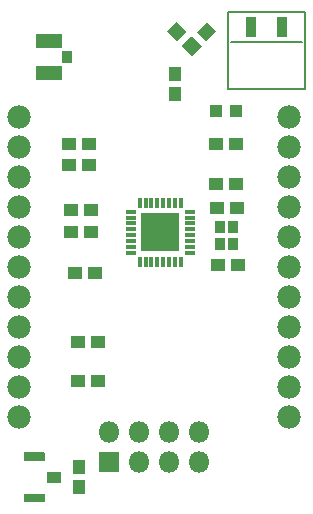
<source format=gts>
%TF.GenerationSoftware,KiCad,Pcbnew,4.0.6*%
%TF.CreationDate,2017-10-26T23:28:33-04:00*%
%TF.ProjectId,ESP8285Lite,455350383238354C6974652E6B696361,rev?*%
%TF.FileFunction,Soldermask,Top*%
%FSLAX46Y46*%
G04 Gerber Fmt 4.6, Leading zero omitted, Abs format (unit mm)*
G04 Created by KiCad (PCBNEW 4.0.6) date 10/26/17 23:28:33*
%MOMM*%
%LPD*%
G01*
G04 APERTURE LIST*
%ADD10C,0.127000*%
%ADD11C,0.066040*%
%ADD12R,1.098220X1.098220*%
%ADD13C,1.979600*%
%ADD14R,0.887400X0.989000*%
%ADD15R,0.900000X1.700000*%
%ADD16R,1.800000X1.800000*%
%ADD17O,1.800000X1.800000*%
%ADD18R,0.384480X0.897560*%
%ADD19R,0.897560X0.384480*%
%ADD20R,3.249600X3.249600*%
%ADD21R,1.199820X1.098220*%
%ADD22R,2.299640X1.149020*%
%ADD23R,0.897560X1.098220*%
%ADD24R,1.098220X1.199820*%
%ADD25R,1.799260X0.699440*%
%ADD26R,1.199820X0.897560*%
G04 APERTURE END LIST*
D10*
X156000000Y-80000000D02*
X150000000Y-80000000D01*
X149745000Y-84000000D02*
X149745000Y-77500000D01*
X156245000Y-84000000D02*
X149745000Y-84000000D01*
X156245000Y-77500000D02*
X156245000Y-84000000D01*
X149745000Y-77500000D02*
X156245000Y-77500000D01*
X132588000Y-86360000D02*
G75*
G03X132588000Y-86360000I-508000J0D01*
G01*
X132588000Y-88900000D02*
G75*
G03X132588000Y-88900000I-508000J0D01*
G01*
X132588000Y-91440000D02*
G75*
G03X132588000Y-91440000I-508000J0D01*
G01*
X132588000Y-93980000D02*
G75*
G03X132588000Y-93980000I-508000J0D01*
G01*
X132588000Y-96520000D02*
G75*
G03X132588000Y-96520000I-508000J0D01*
G01*
X132588000Y-99060000D02*
G75*
G03X132588000Y-99060000I-508000J0D01*
G01*
X132588000Y-101600000D02*
G75*
G03X132588000Y-101600000I-508000J0D01*
G01*
X132588000Y-104140000D02*
G75*
G03X132588000Y-104140000I-508000J0D01*
G01*
X132588000Y-106680000D02*
G75*
G03X132588000Y-106680000I-508000J0D01*
G01*
X132588000Y-109220000D02*
G75*
G03X132588000Y-109220000I-508000J0D01*
G01*
X132588000Y-111760000D02*
G75*
G03X132588000Y-111760000I-508000J0D01*
G01*
D11*
X134198360Y-118889780D02*
X134198360Y-118287800D01*
X134198360Y-118287800D02*
X132501640Y-118287800D01*
X132501640Y-118889780D02*
X132501640Y-118287800D01*
X134198360Y-118889780D02*
X132501640Y-118889780D01*
X135549640Y-117238780D02*
X135549640Y-116441220D01*
X135549640Y-116441220D02*
X134449820Y-116441220D01*
X134449820Y-117238780D02*
X134449820Y-116441220D01*
X135549640Y-117238780D02*
X134449820Y-117238780D01*
X134198360Y-115392200D02*
X134198360Y-114790220D01*
X134198360Y-114790220D02*
X132501640Y-114790220D01*
X132501640Y-115392200D02*
X132501640Y-114790220D01*
X134198360Y-115392200D02*
X132501640Y-115392200D01*
D12*
X148729700Y-85852000D03*
X150482300Y-85852000D03*
D13*
X154940000Y-111760000D03*
X154940000Y-109220000D03*
X154940000Y-106680000D03*
X154940000Y-104140000D03*
X154940000Y-101600000D03*
X154940000Y-99060000D03*
X154940000Y-96520000D03*
X154940000Y-93980000D03*
X154940000Y-91440000D03*
X154940000Y-88900000D03*
X154940000Y-86360000D03*
D14*
X150205060Y-97083500D03*
X150205060Y-95686500D03*
X149117940Y-95686500D03*
X149117940Y-97083500D03*
D15*
X151735000Y-78740000D03*
X154335000Y-78740000D03*
D13*
X132080000Y-86360000D03*
X132080000Y-88900000D03*
X132080000Y-91440000D03*
X132080000Y-93980000D03*
X132080000Y-96520000D03*
X132080000Y-99060000D03*
X132080000Y-101600000D03*
X132080000Y-104140000D03*
X132080000Y-106680000D03*
X132080000Y-109220000D03*
X132080000Y-111760000D03*
D16*
X139700000Y-115570000D03*
D17*
X139700000Y-113030000D03*
X142240000Y-115570000D03*
X142240000Y-113030000D03*
X144780000Y-115570000D03*
X144780000Y-113030000D03*
X147320000Y-115570000D03*
X147320000Y-113030000D03*
D18*
X145778220Y-93626940D03*
X145280380Y-93626940D03*
X144780000Y-93626940D03*
X144279620Y-93626940D03*
X143781780Y-93626940D03*
X143281400Y-93626940D03*
X142781020Y-93626940D03*
X142283180Y-93626940D03*
D19*
X141531340Y-94378780D03*
X141531340Y-94876620D03*
X141531340Y-95377000D03*
X141531340Y-95877380D03*
X141531340Y-96375220D03*
X141531340Y-96875600D03*
X141531340Y-97375980D03*
X141531340Y-97873820D03*
D18*
X142283180Y-98625660D03*
X142781020Y-98625660D03*
X143281400Y-98625660D03*
X143781780Y-98625660D03*
X144279620Y-98625660D03*
X144780000Y-98625660D03*
X145280380Y-98625660D03*
X145778220Y-98625660D03*
D19*
X146530060Y-97873820D03*
X146530060Y-97375980D03*
X146530060Y-96875600D03*
X146530060Y-96375220D03*
X146530060Y-95877380D03*
X146530060Y-95377000D03*
X146530060Y-94876620D03*
X146530060Y-94378780D03*
D20*
X144030700Y-96126300D03*
D21*
X137073640Y-105410000D03*
X138770360Y-105410000D03*
X138516360Y-99568000D03*
X136819640Y-99568000D03*
X136438640Y-96139000D03*
X138135360Y-96139000D03*
X137073640Y-108712000D03*
X138770360Y-108712000D03*
X150573360Y-98900000D03*
X148876640Y-98900000D03*
X148800000Y-94100000D03*
X150496720Y-94100000D03*
X148757640Y-92000000D03*
X150454360Y-92000000D03*
X148757640Y-88646000D03*
X150454360Y-88646000D03*
X136311640Y-90424000D03*
X138008360Y-90424000D03*
X138008360Y-88646000D03*
X136311640Y-88646000D03*
D22*
X134620000Y-79905860D03*
X134620000Y-82654140D03*
D23*
X136144000Y-81280000D03*
D24*
X145288000Y-82717640D03*
X145288000Y-84414360D03*
D10*
G36*
X144637639Y-79120198D02*
X145414198Y-78343639D01*
X146262599Y-79192040D01*
X145486040Y-79968599D01*
X144637639Y-79120198D01*
X144637639Y-79120198D01*
G37*
G36*
X145837401Y-80319960D02*
X146613960Y-79543401D01*
X147462361Y-80391802D01*
X146685802Y-81168361D01*
X145837401Y-80319960D01*
X145837401Y-80319960D01*
G37*
G36*
X147955802Y-78343639D02*
X148732361Y-79120198D01*
X147883960Y-79968599D01*
X147107401Y-79192040D01*
X147955802Y-78343639D01*
X147955802Y-78343639D01*
G37*
G36*
X146756040Y-79543401D02*
X147532599Y-80319960D01*
X146684198Y-81168361D01*
X145907639Y-80391802D01*
X146756040Y-79543401D01*
X146756040Y-79543401D01*
G37*
D21*
X136438640Y-94234000D03*
X138135360Y-94234000D03*
D24*
X137160000Y-115991640D03*
X137160000Y-117688360D03*
D25*
X133350000Y-118587520D03*
X133350000Y-115092480D03*
D26*
X134998460Y-116840000D03*
M02*

</source>
